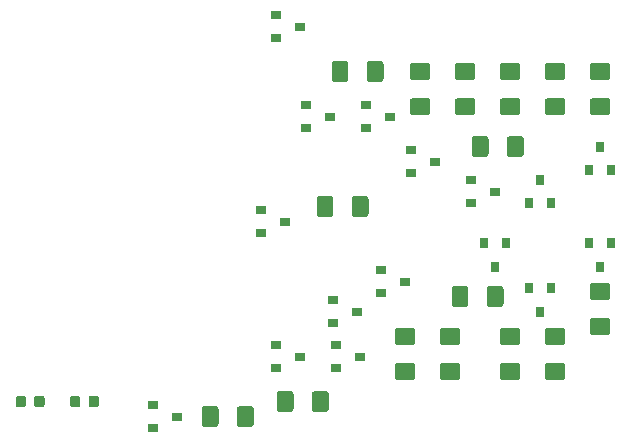
<source format=gtp>
G04 #@! TF.GenerationSoftware,KiCad,Pcbnew,5.0.1*
G04 #@! TF.CreationDate,2019-01-20T00:11:58+01:00*
G04 #@! TF.ProjectId,Powerstage,506F77657273746167652E6B69636164,rev?*
G04 #@! TF.SameCoordinates,Original*
G04 #@! TF.FileFunction,Paste,Top*
G04 #@! TF.FilePolarity,Positive*
%FSLAX46Y46*%
G04 Gerber Fmt 4.6, Leading zero omitted, Abs format (unit mm)*
G04 Created by KiCad (PCBNEW 5.0.1) date So 20 Jan 2019 00:11:58 CET*
%MOMM*%
%LPD*%
G01*
G04 APERTURE LIST*
%ADD10C,0.100000*%
%ADD11C,0.875000*%
%ADD12R,0.800000X0.900000*%
%ADD13R,0.900000X0.800000*%
%ADD14C,1.425000*%
G04 APERTURE END LIST*
D10*
G04 #@! TO.C,C1*
G36*
X121195191Y-110016053D02*
X121216426Y-110019203D01*
X121237250Y-110024419D01*
X121257462Y-110031651D01*
X121276868Y-110040830D01*
X121295281Y-110051866D01*
X121312524Y-110064654D01*
X121328430Y-110079070D01*
X121342846Y-110094976D01*
X121355634Y-110112219D01*
X121366670Y-110130632D01*
X121375849Y-110150038D01*
X121383081Y-110170250D01*
X121388297Y-110191074D01*
X121391447Y-110212309D01*
X121392500Y-110233750D01*
X121392500Y-110746250D01*
X121391447Y-110767691D01*
X121388297Y-110788926D01*
X121383081Y-110809750D01*
X121375849Y-110829962D01*
X121366670Y-110849368D01*
X121355634Y-110867781D01*
X121342846Y-110885024D01*
X121328430Y-110900930D01*
X121312524Y-110915346D01*
X121295281Y-110928134D01*
X121276868Y-110939170D01*
X121257462Y-110948349D01*
X121237250Y-110955581D01*
X121216426Y-110960797D01*
X121195191Y-110963947D01*
X121173750Y-110965000D01*
X120736250Y-110965000D01*
X120714809Y-110963947D01*
X120693574Y-110960797D01*
X120672750Y-110955581D01*
X120652538Y-110948349D01*
X120633132Y-110939170D01*
X120614719Y-110928134D01*
X120597476Y-110915346D01*
X120581570Y-110900930D01*
X120567154Y-110885024D01*
X120554366Y-110867781D01*
X120543330Y-110849368D01*
X120534151Y-110829962D01*
X120526919Y-110809750D01*
X120521703Y-110788926D01*
X120518553Y-110767691D01*
X120517500Y-110746250D01*
X120517500Y-110233750D01*
X120518553Y-110212309D01*
X120521703Y-110191074D01*
X120526919Y-110170250D01*
X120534151Y-110150038D01*
X120543330Y-110130632D01*
X120554366Y-110112219D01*
X120567154Y-110094976D01*
X120581570Y-110079070D01*
X120597476Y-110064654D01*
X120614719Y-110051866D01*
X120633132Y-110040830D01*
X120652538Y-110031651D01*
X120672750Y-110024419D01*
X120693574Y-110019203D01*
X120714809Y-110016053D01*
X120736250Y-110015000D01*
X121173750Y-110015000D01*
X121195191Y-110016053D01*
X121195191Y-110016053D01*
G37*
D11*
X120955000Y-110490000D03*
D10*
G36*
X119620191Y-110016053D02*
X119641426Y-110019203D01*
X119662250Y-110024419D01*
X119682462Y-110031651D01*
X119701868Y-110040830D01*
X119720281Y-110051866D01*
X119737524Y-110064654D01*
X119753430Y-110079070D01*
X119767846Y-110094976D01*
X119780634Y-110112219D01*
X119791670Y-110130632D01*
X119800849Y-110150038D01*
X119808081Y-110170250D01*
X119813297Y-110191074D01*
X119816447Y-110212309D01*
X119817500Y-110233750D01*
X119817500Y-110746250D01*
X119816447Y-110767691D01*
X119813297Y-110788926D01*
X119808081Y-110809750D01*
X119800849Y-110829962D01*
X119791670Y-110849368D01*
X119780634Y-110867781D01*
X119767846Y-110885024D01*
X119753430Y-110900930D01*
X119737524Y-110915346D01*
X119720281Y-110928134D01*
X119701868Y-110939170D01*
X119682462Y-110948349D01*
X119662250Y-110955581D01*
X119641426Y-110960797D01*
X119620191Y-110963947D01*
X119598750Y-110965000D01*
X119161250Y-110965000D01*
X119139809Y-110963947D01*
X119118574Y-110960797D01*
X119097750Y-110955581D01*
X119077538Y-110948349D01*
X119058132Y-110939170D01*
X119039719Y-110928134D01*
X119022476Y-110915346D01*
X119006570Y-110900930D01*
X118992154Y-110885024D01*
X118979366Y-110867781D01*
X118968330Y-110849368D01*
X118959151Y-110829962D01*
X118951919Y-110809750D01*
X118946703Y-110788926D01*
X118943553Y-110767691D01*
X118942500Y-110746250D01*
X118942500Y-110233750D01*
X118943553Y-110212309D01*
X118946703Y-110191074D01*
X118951919Y-110170250D01*
X118959151Y-110150038D01*
X118968330Y-110130632D01*
X118979366Y-110112219D01*
X118992154Y-110094976D01*
X119006570Y-110079070D01*
X119022476Y-110064654D01*
X119039719Y-110051866D01*
X119058132Y-110040830D01*
X119077538Y-110031651D01*
X119097750Y-110024419D01*
X119118574Y-110019203D01*
X119139809Y-110016053D01*
X119161250Y-110015000D01*
X119598750Y-110015000D01*
X119620191Y-110016053D01*
X119620191Y-110016053D01*
G37*
D11*
X119380000Y-110490000D03*
G04 #@! TD*
D10*
G04 #@! TO.C,C2*
G36*
X115022691Y-110016053D02*
X115043926Y-110019203D01*
X115064750Y-110024419D01*
X115084962Y-110031651D01*
X115104368Y-110040830D01*
X115122781Y-110051866D01*
X115140024Y-110064654D01*
X115155930Y-110079070D01*
X115170346Y-110094976D01*
X115183134Y-110112219D01*
X115194170Y-110130632D01*
X115203349Y-110150038D01*
X115210581Y-110170250D01*
X115215797Y-110191074D01*
X115218947Y-110212309D01*
X115220000Y-110233750D01*
X115220000Y-110746250D01*
X115218947Y-110767691D01*
X115215797Y-110788926D01*
X115210581Y-110809750D01*
X115203349Y-110829962D01*
X115194170Y-110849368D01*
X115183134Y-110867781D01*
X115170346Y-110885024D01*
X115155930Y-110900930D01*
X115140024Y-110915346D01*
X115122781Y-110928134D01*
X115104368Y-110939170D01*
X115084962Y-110948349D01*
X115064750Y-110955581D01*
X115043926Y-110960797D01*
X115022691Y-110963947D01*
X115001250Y-110965000D01*
X114563750Y-110965000D01*
X114542309Y-110963947D01*
X114521074Y-110960797D01*
X114500250Y-110955581D01*
X114480038Y-110948349D01*
X114460632Y-110939170D01*
X114442219Y-110928134D01*
X114424976Y-110915346D01*
X114409070Y-110900930D01*
X114394654Y-110885024D01*
X114381866Y-110867781D01*
X114370830Y-110849368D01*
X114361651Y-110829962D01*
X114354419Y-110809750D01*
X114349203Y-110788926D01*
X114346053Y-110767691D01*
X114345000Y-110746250D01*
X114345000Y-110233750D01*
X114346053Y-110212309D01*
X114349203Y-110191074D01*
X114354419Y-110170250D01*
X114361651Y-110150038D01*
X114370830Y-110130632D01*
X114381866Y-110112219D01*
X114394654Y-110094976D01*
X114409070Y-110079070D01*
X114424976Y-110064654D01*
X114442219Y-110051866D01*
X114460632Y-110040830D01*
X114480038Y-110031651D01*
X114500250Y-110024419D01*
X114521074Y-110019203D01*
X114542309Y-110016053D01*
X114563750Y-110015000D01*
X115001250Y-110015000D01*
X115022691Y-110016053D01*
X115022691Y-110016053D01*
G37*
D11*
X114782500Y-110490000D03*
D10*
G36*
X116597691Y-110016053D02*
X116618926Y-110019203D01*
X116639750Y-110024419D01*
X116659962Y-110031651D01*
X116679368Y-110040830D01*
X116697781Y-110051866D01*
X116715024Y-110064654D01*
X116730930Y-110079070D01*
X116745346Y-110094976D01*
X116758134Y-110112219D01*
X116769170Y-110130632D01*
X116778349Y-110150038D01*
X116785581Y-110170250D01*
X116790797Y-110191074D01*
X116793947Y-110212309D01*
X116795000Y-110233750D01*
X116795000Y-110746250D01*
X116793947Y-110767691D01*
X116790797Y-110788926D01*
X116785581Y-110809750D01*
X116778349Y-110829962D01*
X116769170Y-110849368D01*
X116758134Y-110867781D01*
X116745346Y-110885024D01*
X116730930Y-110900930D01*
X116715024Y-110915346D01*
X116697781Y-110928134D01*
X116679368Y-110939170D01*
X116659962Y-110948349D01*
X116639750Y-110955581D01*
X116618926Y-110960797D01*
X116597691Y-110963947D01*
X116576250Y-110965000D01*
X116138750Y-110965000D01*
X116117309Y-110963947D01*
X116096074Y-110960797D01*
X116075250Y-110955581D01*
X116055038Y-110948349D01*
X116035632Y-110939170D01*
X116017219Y-110928134D01*
X115999976Y-110915346D01*
X115984070Y-110900930D01*
X115969654Y-110885024D01*
X115956866Y-110867781D01*
X115945830Y-110849368D01*
X115936651Y-110829962D01*
X115929419Y-110809750D01*
X115924203Y-110788926D01*
X115921053Y-110767691D01*
X115920000Y-110746250D01*
X115920000Y-110233750D01*
X115921053Y-110212309D01*
X115924203Y-110191074D01*
X115929419Y-110170250D01*
X115936651Y-110150038D01*
X115945830Y-110130632D01*
X115956866Y-110112219D01*
X115969654Y-110094976D01*
X115984070Y-110079070D01*
X115999976Y-110064654D01*
X116017219Y-110051866D01*
X116035632Y-110040830D01*
X116055038Y-110031651D01*
X116075250Y-110024419D01*
X116096074Y-110019203D01*
X116117309Y-110016053D01*
X116138750Y-110015000D01*
X116576250Y-110015000D01*
X116597691Y-110016053D01*
X116597691Y-110016053D01*
G37*
D11*
X116357500Y-110490000D03*
G04 #@! TD*
D12*
G04 #@! TO.C,Q1*
X163830000Y-99060000D03*
X162880000Y-97060000D03*
X164780000Y-97060000D03*
G04 #@! TD*
G04 #@! TO.C,Q2*
X158750000Y-102870000D03*
X157800000Y-100870000D03*
X159700000Y-100870000D03*
G04 #@! TD*
G04 #@! TO.C,Q3*
X155890000Y-97060000D03*
X153990000Y-97060000D03*
X154940000Y-99060000D03*
G04 #@! TD*
D13*
G04 #@! TO.C,Q4*
X145320000Y-99380000D03*
X145320000Y-101280000D03*
X147320000Y-100330000D03*
G04 #@! TD*
G04 #@! TO.C,Q5*
X143240000Y-102870000D03*
X141240000Y-103820000D03*
X141240000Y-101920000D03*
G04 #@! TD*
G04 #@! TO.C,Q6*
X141510000Y-105730000D03*
X141510000Y-107630000D03*
X143510000Y-106680000D03*
G04 #@! TD*
G04 #@! TO.C,Q7*
X138430000Y-106680000D03*
X136430000Y-107630000D03*
X136430000Y-105730000D03*
G04 #@! TD*
G04 #@! TO.C,Q8*
X126000000Y-110810000D03*
X126000000Y-112710000D03*
X128000000Y-111760000D03*
G04 #@! TD*
G04 #@! TO.C,Q9*
X137160000Y-95250000D03*
X135160000Y-96200000D03*
X135160000Y-94300000D03*
G04 #@! TD*
G04 #@! TO.C,Q10*
X138430000Y-78740000D03*
X136430000Y-79690000D03*
X136430000Y-77790000D03*
G04 #@! TD*
G04 #@! TO.C,Q11*
X144050000Y-85410000D03*
X144050000Y-87310000D03*
X146050000Y-86360000D03*
G04 #@! TD*
G04 #@! TO.C,Q12*
X138970000Y-85410000D03*
X138970000Y-87310000D03*
X140970000Y-86360000D03*
G04 #@! TD*
G04 #@! TO.C,Q13*
X149860000Y-90170000D03*
X147860000Y-91120000D03*
X147860000Y-89220000D03*
G04 #@! TD*
G04 #@! TO.C,Q14*
X152940000Y-91760000D03*
X152940000Y-93660000D03*
X154940000Y-92710000D03*
G04 #@! TD*
D12*
G04 #@! TO.C,Q15*
X158750000Y-91710000D03*
X159700000Y-93710000D03*
X157800000Y-93710000D03*
G04 #@! TD*
G04 #@! TO.C,Q16*
X162880000Y-90900000D03*
X164780000Y-90900000D03*
X163830000Y-88900000D03*
G04 #@! TD*
D10*
G04 #@! TO.C,R1*
G36*
X164479504Y-100453704D02*
X164503773Y-100457304D01*
X164527571Y-100463265D01*
X164550671Y-100471530D01*
X164572849Y-100482020D01*
X164593893Y-100494633D01*
X164613598Y-100509247D01*
X164631777Y-100525723D01*
X164648253Y-100543902D01*
X164662867Y-100563607D01*
X164675480Y-100584651D01*
X164685970Y-100606829D01*
X164694235Y-100629929D01*
X164700196Y-100653727D01*
X164703796Y-100677996D01*
X164705000Y-100702500D01*
X164705000Y-101627500D01*
X164703796Y-101652004D01*
X164700196Y-101676273D01*
X164694235Y-101700071D01*
X164685970Y-101723171D01*
X164675480Y-101745349D01*
X164662867Y-101766393D01*
X164648253Y-101786098D01*
X164631777Y-101804277D01*
X164613598Y-101820753D01*
X164593893Y-101835367D01*
X164572849Y-101847980D01*
X164550671Y-101858470D01*
X164527571Y-101866735D01*
X164503773Y-101872696D01*
X164479504Y-101876296D01*
X164455000Y-101877500D01*
X163205000Y-101877500D01*
X163180496Y-101876296D01*
X163156227Y-101872696D01*
X163132429Y-101866735D01*
X163109329Y-101858470D01*
X163087151Y-101847980D01*
X163066107Y-101835367D01*
X163046402Y-101820753D01*
X163028223Y-101804277D01*
X163011747Y-101786098D01*
X162997133Y-101766393D01*
X162984520Y-101745349D01*
X162974030Y-101723171D01*
X162965765Y-101700071D01*
X162959804Y-101676273D01*
X162956204Y-101652004D01*
X162955000Y-101627500D01*
X162955000Y-100702500D01*
X162956204Y-100677996D01*
X162959804Y-100653727D01*
X162965765Y-100629929D01*
X162974030Y-100606829D01*
X162984520Y-100584651D01*
X162997133Y-100563607D01*
X163011747Y-100543902D01*
X163028223Y-100525723D01*
X163046402Y-100509247D01*
X163066107Y-100494633D01*
X163087151Y-100482020D01*
X163109329Y-100471530D01*
X163132429Y-100463265D01*
X163156227Y-100457304D01*
X163180496Y-100453704D01*
X163205000Y-100452500D01*
X164455000Y-100452500D01*
X164479504Y-100453704D01*
X164479504Y-100453704D01*
G37*
D14*
X163830000Y-101165000D03*
D10*
G36*
X164479504Y-103428704D02*
X164503773Y-103432304D01*
X164527571Y-103438265D01*
X164550671Y-103446530D01*
X164572849Y-103457020D01*
X164593893Y-103469633D01*
X164613598Y-103484247D01*
X164631777Y-103500723D01*
X164648253Y-103518902D01*
X164662867Y-103538607D01*
X164675480Y-103559651D01*
X164685970Y-103581829D01*
X164694235Y-103604929D01*
X164700196Y-103628727D01*
X164703796Y-103652996D01*
X164705000Y-103677500D01*
X164705000Y-104602500D01*
X164703796Y-104627004D01*
X164700196Y-104651273D01*
X164694235Y-104675071D01*
X164685970Y-104698171D01*
X164675480Y-104720349D01*
X164662867Y-104741393D01*
X164648253Y-104761098D01*
X164631777Y-104779277D01*
X164613598Y-104795753D01*
X164593893Y-104810367D01*
X164572849Y-104822980D01*
X164550671Y-104833470D01*
X164527571Y-104841735D01*
X164503773Y-104847696D01*
X164479504Y-104851296D01*
X164455000Y-104852500D01*
X163205000Y-104852500D01*
X163180496Y-104851296D01*
X163156227Y-104847696D01*
X163132429Y-104841735D01*
X163109329Y-104833470D01*
X163087151Y-104822980D01*
X163066107Y-104810367D01*
X163046402Y-104795753D01*
X163028223Y-104779277D01*
X163011747Y-104761098D01*
X162997133Y-104741393D01*
X162984520Y-104720349D01*
X162974030Y-104698171D01*
X162965765Y-104675071D01*
X162959804Y-104651273D01*
X162956204Y-104627004D01*
X162955000Y-104602500D01*
X162955000Y-103677500D01*
X162956204Y-103652996D01*
X162959804Y-103628727D01*
X162965765Y-103604929D01*
X162974030Y-103581829D01*
X162984520Y-103559651D01*
X162997133Y-103538607D01*
X163011747Y-103518902D01*
X163028223Y-103500723D01*
X163046402Y-103484247D01*
X163066107Y-103469633D01*
X163087151Y-103457020D01*
X163109329Y-103446530D01*
X163132429Y-103438265D01*
X163156227Y-103432304D01*
X163180496Y-103428704D01*
X163205000Y-103427500D01*
X164455000Y-103427500D01*
X164479504Y-103428704D01*
X164479504Y-103428704D01*
G37*
D14*
X163830000Y-104140000D03*
G04 #@! TD*
D10*
G04 #@! TO.C,R2*
G36*
X160669504Y-107238704D02*
X160693773Y-107242304D01*
X160717571Y-107248265D01*
X160740671Y-107256530D01*
X160762849Y-107267020D01*
X160783893Y-107279633D01*
X160803598Y-107294247D01*
X160821777Y-107310723D01*
X160838253Y-107328902D01*
X160852867Y-107348607D01*
X160865480Y-107369651D01*
X160875970Y-107391829D01*
X160884235Y-107414929D01*
X160890196Y-107438727D01*
X160893796Y-107462996D01*
X160895000Y-107487500D01*
X160895000Y-108412500D01*
X160893796Y-108437004D01*
X160890196Y-108461273D01*
X160884235Y-108485071D01*
X160875970Y-108508171D01*
X160865480Y-108530349D01*
X160852867Y-108551393D01*
X160838253Y-108571098D01*
X160821777Y-108589277D01*
X160803598Y-108605753D01*
X160783893Y-108620367D01*
X160762849Y-108632980D01*
X160740671Y-108643470D01*
X160717571Y-108651735D01*
X160693773Y-108657696D01*
X160669504Y-108661296D01*
X160645000Y-108662500D01*
X159395000Y-108662500D01*
X159370496Y-108661296D01*
X159346227Y-108657696D01*
X159322429Y-108651735D01*
X159299329Y-108643470D01*
X159277151Y-108632980D01*
X159256107Y-108620367D01*
X159236402Y-108605753D01*
X159218223Y-108589277D01*
X159201747Y-108571098D01*
X159187133Y-108551393D01*
X159174520Y-108530349D01*
X159164030Y-108508171D01*
X159155765Y-108485071D01*
X159149804Y-108461273D01*
X159146204Y-108437004D01*
X159145000Y-108412500D01*
X159145000Y-107487500D01*
X159146204Y-107462996D01*
X159149804Y-107438727D01*
X159155765Y-107414929D01*
X159164030Y-107391829D01*
X159174520Y-107369651D01*
X159187133Y-107348607D01*
X159201747Y-107328902D01*
X159218223Y-107310723D01*
X159236402Y-107294247D01*
X159256107Y-107279633D01*
X159277151Y-107267020D01*
X159299329Y-107256530D01*
X159322429Y-107248265D01*
X159346227Y-107242304D01*
X159370496Y-107238704D01*
X159395000Y-107237500D01*
X160645000Y-107237500D01*
X160669504Y-107238704D01*
X160669504Y-107238704D01*
G37*
D14*
X160020000Y-107950000D03*
D10*
G36*
X160669504Y-104263704D02*
X160693773Y-104267304D01*
X160717571Y-104273265D01*
X160740671Y-104281530D01*
X160762849Y-104292020D01*
X160783893Y-104304633D01*
X160803598Y-104319247D01*
X160821777Y-104335723D01*
X160838253Y-104353902D01*
X160852867Y-104373607D01*
X160865480Y-104394651D01*
X160875970Y-104416829D01*
X160884235Y-104439929D01*
X160890196Y-104463727D01*
X160893796Y-104487996D01*
X160895000Y-104512500D01*
X160895000Y-105437500D01*
X160893796Y-105462004D01*
X160890196Y-105486273D01*
X160884235Y-105510071D01*
X160875970Y-105533171D01*
X160865480Y-105555349D01*
X160852867Y-105576393D01*
X160838253Y-105596098D01*
X160821777Y-105614277D01*
X160803598Y-105630753D01*
X160783893Y-105645367D01*
X160762849Y-105657980D01*
X160740671Y-105668470D01*
X160717571Y-105676735D01*
X160693773Y-105682696D01*
X160669504Y-105686296D01*
X160645000Y-105687500D01*
X159395000Y-105687500D01*
X159370496Y-105686296D01*
X159346227Y-105682696D01*
X159322429Y-105676735D01*
X159299329Y-105668470D01*
X159277151Y-105657980D01*
X159256107Y-105645367D01*
X159236402Y-105630753D01*
X159218223Y-105614277D01*
X159201747Y-105596098D01*
X159187133Y-105576393D01*
X159174520Y-105555349D01*
X159164030Y-105533171D01*
X159155765Y-105510071D01*
X159149804Y-105486273D01*
X159146204Y-105462004D01*
X159145000Y-105437500D01*
X159145000Y-104512500D01*
X159146204Y-104487996D01*
X159149804Y-104463727D01*
X159155765Y-104439929D01*
X159164030Y-104416829D01*
X159174520Y-104394651D01*
X159187133Y-104373607D01*
X159201747Y-104353902D01*
X159218223Y-104335723D01*
X159236402Y-104319247D01*
X159256107Y-104304633D01*
X159277151Y-104292020D01*
X159299329Y-104281530D01*
X159322429Y-104273265D01*
X159346227Y-104267304D01*
X159370496Y-104263704D01*
X159395000Y-104262500D01*
X160645000Y-104262500D01*
X160669504Y-104263704D01*
X160669504Y-104263704D01*
G37*
D14*
X160020000Y-104975000D03*
G04 #@! TD*
D10*
G04 #@! TO.C,R3*
G36*
X156859504Y-104263704D02*
X156883773Y-104267304D01*
X156907571Y-104273265D01*
X156930671Y-104281530D01*
X156952849Y-104292020D01*
X156973893Y-104304633D01*
X156993598Y-104319247D01*
X157011777Y-104335723D01*
X157028253Y-104353902D01*
X157042867Y-104373607D01*
X157055480Y-104394651D01*
X157065970Y-104416829D01*
X157074235Y-104439929D01*
X157080196Y-104463727D01*
X157083796Y-104487996D01*
X157085000Y-104512500D01*
X157085000Y-105437500D01*
X157083796Y-105462004D01*
X157080196Y-105486273D01*
X157074235Y-105510071D01*
X157065970Y-105533171D01*
X157055480Y-105555349D01*
X157042867Y-105576393D01*
X157028253Y-105596098D01*
X157011777Y-105614277D01*
X156993598Y-105630753D01*
X156973893Y-105645367D01*
X156952849Y-105657980D01*
X156930671Y-105668470D01*
X156907571Y-105676735D01*
X156883773Y-105682696D01*
X156859504Y-105686296D01*
X156835000Y-105687500D01*
X155585000Y-105687500D01*
X155560496Y-105686296D01*
X155536227Y-105682696D01*
X155512429Y-105676735D01*
X155489329Y-105668470D01*
X155467151Y-105657980D01*
X155446107Y-105645367D01*
X155426402Y-105630753D01*
X155408223Y-105614277D01*
X155391747Y-105596098D01*
X155377133Y-105576393D01*
X155364520Y-105555349D01*
X155354030Y-105533171D01*
X155345765Y-105510071D01*
X155339804Y-105486273D01*
X155336204Y-105462004D01*
X155335000Y-105437500D01*
X155335000Y-104512500D01*
X155336204Y-104487996D01*
X155339804Y-104463727D01*
X155345765Y-104439929D01*
X155354030Y-104416829D01*
X155364520Y-104394651D01*
X155377133Y-104373607D01*
X155391747Y-104353902D01*
X155408223Y-104335723D01*
X155426402Y-104319247D01*
X155446107Y-104304633D01*
X155467151Y-104292020D01*
X155489329Y-104281530D01*
X155512429Y-104273265D01*
X155536227Y-104267304D01*
X155560496Y-104263704D01*
X155585000Y-104262500D01*
X156835000Y-104262500D01*
X156859504Y-104263704D01*
X156859504Y-104263704D01*
G37*
D14*
X156210000Y-104975000D03*
D10*
G36*
X156859504Y-107238704D02*
X156883773Y-107242304D01*
X156907571Y-107248265D01*
X156930671Y-107256530D01*
X156952849Y-107267020D01*
X156973893Y-107279633D01*
X156993598Y-107294247D01*
X157011777Y-107310723D01*
X157028253Y-107328902D01*
X157042867Y-107348607D01*
X157055480Y-107369651D01*
X157065970Y-107391829D01*
X157074235Y-107414929D01*
X157080196Y-107438727D01*
X157083796Y-107462996D01*
X157085000Y-107487500D01*
X157085000Y-108412500D01*
X157083796Y-108437004D01*
X157080196Y-108461273D01*
X157074235Y-108485071D01*
X157065970Y-108508171D01*
X157055480Y-108530349D01*
X157042867Y-108551393D01*
X157028253Y-108571098D01*
X157011777Y-108589277D01*
X156993598Y-108605753D01*
X156973893Y-108620367D01*
X156952849Y-108632980D01*
X156930671Y-108643470D01*
X156907571Y-108651735D01*
X156883773Y-108657696D01*
X156859504Y-108661296D01*
X156835000Y-108662500D01*
X155585000Y-108662500D01*
X155560496Y-108661296D01*
X155536227Y-108657696D01*
X155512429Y-108651735D01*
X155489329Y-108643470D01*
X155467151Y-108632980D01*
X155446107Y-108620367D01*
X155426402Y-108605753D01*
X155408223Y-108589277D01*
X155391747Y-108571098D01*
X155377133Y-108551393D01*
X155364520Y-108530349D01*
X155354030Y-108508171D01*
X155345765Y-108485071D01*
X155339804Y-108461273D01*
X155336204Y-108437004D01*
X155335000Y-108412500D01*
X155335000Y-107487500D01*
X155336204Y-107462996D01*
X155339804Y-107438727D01*
X155345765Y-107414929D01*
X155354030Y-107391829D01*
X155364520Y-107369651D01*
X155377133Y-107348607D01*
X155391747Y-107328902D01*
X155408223Y-107310723D01*
X155426402Y-107294247D01*
X155446107Y-107279633D01*
X155467151Y-107267020D01*
X155489329Y-107256530D01*
X155512429Y-107248265D01*
X155536227Y-107242304D01*
X155560496Y-107238704D01*
X155585000Y-107237500D01*
X156835000Y-107237500D01*
X156859504Y-107238704D01*
X156859504Y-107238704D01*
G37*
D14*
X156210000Y-107950000D03*
G04 #@! TD*
D10*
G04 #@! TO.C,R4*
G36*
X155427004Y-100726204D02*
X155451273Y-100729804D01*
X155475071Y-100735765D01*
X155498171Y-100744030D01*
X155520349Y-100754520D01*
X155541393Y-100767133D01*
X155561098Y-100781747D01*
X155579277Y-100798223D01*
X155595753Y-100816402D01*
X155610367Y-100836107D01*
X155622980Y-100857151D01*
X155633470Y-100879329D01*
X155641735Y-100902429D01*
X155647696Y-100926227D01*
X155651296Y-100950496D01*
X155652500Y-100975000D01*
X155652500Y-102225000D01*
X155651296Y-102249504D01*
X155647696Y-102273773D01*
X155641735Y-102297571D01*
X155633470Y-102320671D01*
X155622980Y-102342849D01*
X155610367Y-102363893D01*
X155595753Y-102383598D01*
X155579277Y-102401777D01*
X155561098Y-102418253D01*
X155541393Y-102432867D01*
X155520349Y-102445480D01*
X155498171Y-102455970D01*
X155475071Y-102464235D01*
X155451273Y-102470196D01*
X155427004Y-102473796D01*
X155402500Y-102475000D01*
X154477500Y-102475000D01*
X154452996Y-102473796D01*
X154428727Y-102470196D01*
X154404929Y-102464235D01*
X154381829Y-102455970D01*
X154359651Y-102445480D01*
X154338607Y-102432867D01*
X154318902Y-102418253D01*
X154300723Y-102401777D01*
X154284247Y-102383598D01*
X154269633Y-102363893D01*
X154257020Y-102342849D01*
X154246530Y-102320671D01*
X154238265Y-102297571D01*
X154232304Y-102273773D01*
X154228704Y-102249504D01*
X154227500Y-102225000D01*
X154227500Y-100975000D01*
X154228704Y-100950496D01*
X154232304Y-100926227D01*
X154238265Y-100902429D01*
X154246530Y-100879329D01*
X154257020Y-100857151D01*
X154269633Y-100836107D01*
X154284247Y-100816402D01*
X154300723Y-100798223D01*
X154318902Y-100781747D01*
X154338607Y-100767133D01*
X154359651Y-100754520D01*
X154381829Y-100744030D01*
X154404929Y-100735765D01*
X154428727Y-100729804D01*
X154452996Y-100726204D01*
X154477500Y-100725000D01*
X155402500Y-100725000D01*
X155427004Y-100726204D01*
X155427004Y-100726204D01*
G37*
D14*
X154940000Y-101600000D03*
D10*
G36*
X152452004Y-100726204D02*
X152476273Y-100729804D01*
X152500071Y-100735765D01*
X152523171Y-100744030D01*
X152545349Y-100754520D01*
X152566393Y-100767133D01*
X152586098Y-100781747D01*
X152604277Y-100798223D01*
X152620753Y-100816402D01*
X152635367Y-100836107D01*
X152647980Y-100857151D01*
X152658470Y-100879329D01*
X152666735Y-100902429D01*
X152672696Y-100926227D01*
X152676296Y-100950496D01*
X152677500Y-100975000D01*
X152677500Y-102225000D01*
X152676296Y-102249504D01*
X152672696Y-102273773D01*
X152666735Y-102297571D01*
X152658470Y-102320671D01*
X152647980Y-102342849D01*
X152635367Y-102363893D01*
X152620753Y-102383598D01*
X152604277Y-102401777D01*
X152586098Y-102418253D01*
X152566393Y-102432867D01*
X152545349Y-102445480D01*
X152523171Y-102455970D01*
X152500071Y-102464235D01*
X152476273Y-102470196D01*
X152452004Y-102473796D01*
X152427500Y-102475000D01*
X151502500Y-102475000D01*
X151477996Y-102473796D01*
X151453727Y-102470196D01*
X151429929Y-102464235D01*
X151406829Y-102455970D01*
X151384651Y-102445480D01*
X151363607Y-102432867D01*
X151343902Y-102418253D01*
X151325723Y-102401777D01*
X151309247Y-102383598D01*
X151294633Y-102363893D01*
X151282020Y-102342849D01*
X151271530Y-102320671D01*
X151263265Y-102297571D01*
X151257304Y-102273773D01*
X151253704Y-102249504D01*
X151252500Y-102225000D01*
X151252500Y-100975000D01*
X151253704Y-100950496D01*
X151257304Y-100926227D01*
X151263265Y-100902429D01*
X151271530Y-100879329D01*
X151282020Y-100857151D01*
X151294633Y-100836107D01*
X151309247Y-100816402D01*
X151325723Y-100798223D01*
X151343902Y-100781747D01*
X151363607Y-100767133D01*
X151384651Y-100754520D01*
X151406829Y-100744030D01*
X151429929Y-100735765D01*
X151453727Y-100729804D01*
X151477996Y-100726204D01*
X151502500Y-100725000D01*
X152427500Y-100725000D01*
X152452004Y-100726204D01*
X152452004Y-100726204D01*
G37*
D14*
X151965000Y-101600000D03*
G04 #@! TD*
D10*
G04 #@! TO.C,R5*
G36*
X151779504Y-104263704D02*
X151803773Y-104267304D01*
X151827571Y-104273265D01*
X151850671Y-104281530D01*
X151872849Y-104292020D01*
X151893893Y-104304633D01*
X151913598Y-104319247D01*
X151931777Y-104335723D01*
X151948253Y-104353902D01*
X151962867Y-104373607D01*
X151975480Y-104394651D01*
X151985970Y-104416829D01*
X151994235Y-104439929D01*
X152000196Y-104463727D01*
X152003796Y-104487996D01*
X152005000Y-104512500D01*
X152005000Y-105437500D01*
X152003796Y-105462004D01*
X152000196Y-105486273D01*
X151994235Y-105510071D01*
X151985970Y-105533171D01*
X151975480Y-105555349D01*
X151962867Y-105576393D01*
X151948253Y-105596098D01*
X151931777Y-105614277D01*
X151913598Y-105630753D01*
X151893893Y-105645367D01*
X151872849Y-105657980D01*
X151850671Y-105668470D01*
X151827571Y-105676735D01*
X151803773Y-105682696D01*
X151779504Y-105686296D01*
X151755000Y-105687500D01*
X150505000Y-105687500D01*
X150480496Y-105686296D01*
X150456227Y-105682696D01*
X150432429Y-105676735D01*
X150409329Y-105668470D01*
X150387151Y-105657980D01*
X150366107Y-105645367D01*
X150346402Y-105630753D01*
X150328223Y-105614277D01*
X150311747Y-105596098D01*
X150297133Y-105576393D01*
X150284520Y-105555349D01*
X150274030Y-105533171D01*
X150265765Y-105510071D01*
X150259804Y-105486273D01*
X150256204Y-105462004D01*
X150255000Y-105437500D01*
X150255000Y-104512500D01*
X150256204Y-104487996D01*
X150259804Y-104463727D01*
X150265765Y-104439929D01*
X150274030Y-104416829D01*
X150284520Y-104394651D01*
X150297133Y-104373607D01*
X150311747Y-104353902D01*
X150328223Y-104335723D01*
X150346402Y-104319247D01*
X150366107Y-104304633D01*
X150387151Y-104292020D01*
X150409329Y-104281530D01*
X150432429Y-104273265D01*
X150456227Y-104267304D01*
X150480496Y-104263704D01*
X150505000Y-104262500D01*
X151755000Y-104262500D01*
X151779504Y-104263704D01*
X151779504Y-104263704D01*
G37*
D14*
X151130000Y-104975000D03*
D10*
G36*
X151779504Y-107238704D02*
X151803773Y-107242304D01*
X151827571Y-107248265D01*
X151850671Y-107256530D01*
X151872849Y-107267020D01*
X151893893Y-107279633D01*
X151913598Y-107294247D01*
X151931777Y-107310723D01*
X151948253Y-107328902D01*
X151962867Y-107348607D01*
X151975480Y-107369651D01*
X151985970Y-107391829D01*
X151994235Y-107414929D01*
X152000196Y-107438727D01*
X152003796Y-107462996D01*
X152005000Y-107487500D01*
X152005000Y-108412500D01*
X152003796Y-108437004D01*
X152000196Y-108461273D01*
X151994235Y-108485071D01*
X151985970Y-108508171D01*
X151975480Y-108530349D01*
X151962867Y-108551393D01*
X151948253Y-108571098D01*
X151931777Y-108589277D01*
X151913598Y-108605753D01*
X151893893Y-108620367D01*
X151872849Y-108632980D01*
X151850671Y-108643470D01*
X151827571Y-108651735D01*
X151803773Y-108657696D01*
X151779504Y-108661296D01*
X151755000Y-108662500D01*
X150505000Y-108662500D01*
X150480496Y-108661296D01*
X150456227Y-108657696D01*
X150432429Y-108651735D01*
X150409329Y-108643470D01*
X150387151Y-108632980D01*
X150366107Y-108620367D01*
X150346402Y-108605753D01*
X150328223Y-108589277D01*
X150311747Y-108571098D01*
X150297133Y-108551393D01*
X150284520Y-108530349D01*
X150274030Y-108508171D01*
X150265765Y-108485071D01*
X150259804Y-108461273D01*
X150256204Y-108437004D01*
X150255000Y-108412500D01*
X150255000Y-107487500D01*
X150256204Y-107462996D01*
X150259804Y-107438727D01*
X150265765Y-107414929D01*
X150274030Y-107391829D01*
X150284520Y-107369651D01*
X150297133Y-107348607D01*
X150311747Y-107328902D01*
X150328223Y-107310723D01*
X150346402Y-107294247D01*
X150366107Y-107279633D01*
X150387151Y-107267020D01*
X150409329Y-107256530D01*
X150432429Y-107248265D01*
X150456227Y-107242304D01*
X150480496Y-107238704D01*
X150505000Y-107237500D01*
X151755000Y-107237500D01*
X151779504Y-107238704D01*
X151779504Y-107238704D01*
G37*
D14*
X151130000Y-107950000D03*
G04 #@! TD*
D10*
G04 #@! TO.C,R6*
G36*
X147969504Y-107238704D02*
X147993773Y-107242304D01*
X148017571Y-107248265D01*
X148040671Y-107256530D01*
X148062849Y-107267020D01*
X148083893Y-107279633D01*
X148103598Y-107294247D01*
X148121777Y-107310723D01*
X148138253Y-107328902D01*
X148152867Y-107348607D01*
X148165480Y-107369651D01*
X148175970Y-107391829D01*
X148184235Y-107414929D01*
X148190196Y-107438727D01*
X148193796Y-107462996D01*
X148195000Y-107487500D01*
X148195000Y-108412500D01*
X148193796Y-108437004D01*
X148190196Y-108461273D01*
X148184235Y-108485071D01*
X148175970Y-108508171D01*
X148165480Y-108530349D01*
X148152867Y-108551393D01*
X148138253Y-108571098D01*
X148121777Y-108589277D01*
X148103598Y-108605753D01*
X148083893Y-108620367D01*
X148062849Y-108632980D01*
X148040671Y-108643470D01*
X148017571Y-108651735D01*
X147993773Y-108657696D01*
X147969504Y-108661296D01*
X147945000Y-108662500D01*
X146695000Y-108662500D01*
X146670496Y-108661296D01*
X146646227Y-108657696D01*
X146622429Y-108651735D01*
X146599329Y-108643470D01*
X146577151Y-108632980D01*
X146556107Y-108620367D01*
X146536402Y-108605753D01*
X146518223Y-108589277D01*
X146501747Y-108571098D01*
X146487133Y-108551393D01*
X146474520Y-108530349D01*
X146464030Y-108508171D01*
X146455765Y-108485071D01*
X146449804Y-108461273D01*
X146446204Y-108437004D01*
X146445000Y-108412500D01*
X146445000Y-107487500D01*
X146446204Y-107462996D01*
X146449804Y-107438727D01*
X146455765Y-107414929D01*
X146464030Y-107391829D01*
X146474520Y-107369651D01*
X146487133Y-107348607D01*
X146501747Y-107328902D01*
X146518223Y-107310723D01*
X146536402Y-107294247D01*
X146556107Y-107279633D01*
X146577151Y-107267020D01*
X146599329Y-107256530D01*
X146622429Y-107248265D01*
X146646227Y-107242304D01*
X146670496Y-107238704D01*
X146695000Y-107237500D01*
X147945000Y-107237500D01*
X147969504Y-107238704D01*
X147969504Y-107238704D01*
G37*
D14*
X147320000Y-107950000D03*
D10*
G36*
X147969504Y-104263704D02*
X147993773Y-104267304D01*
X148017571Y-104273265D01*
X148040671Y-104281530D01*
X148062849Y-104292020D01*
X148083893Y-104304633D01*
X148103598Y-104319247D01*
X148121777Y-104335723D01*
X148138253Y-104353902D01*
X148152867Y-104373607D01*
X148165480Y-104394651D01*
X148175970Y-104416829D01*
X148184235Y-104439929D01*
X148190196Y-104463727D01*
X148193796Y-104487996D01*
X148195000Y-104512500D01*
X148195000Y-105437500D01*
X148193796Y-105462004D01*
X148190196Y-105486273D01*
X148184235Y-105510071D01*
X148175970Y-105533171D01*
X148165480Y-105555349D01*
X148152867Y-105576393D01*
X148138253Y-105596098D01*
X148121777Y-105614277D01*
X148103598Y-105630753D01*
X148083893Y-105645367D01*
X148062849Y-105657980D01*
X148040671Y-105668470D01*
X148017571Y-105676735D01*
X147993773Y-105682696D01*
X147969504Y-105686296D01*
X147945000Y-105687500D01*
X146695000Y-105687500D01*
X146670496Y-105686296D01*
X146646227Y-105682696D01*
X146622429Y-105676735D01*
X146599329Y-105668470D01*
X146577151Y-105657980D01*
X146556107Y-105645367D01*
X146536402Y-105630753D01*
X146518223Y-105614277D01*
X146501747Y-105596098D01*
X146487133Y-105576393D01*
X146474520Y-105555349D01*
X146464030Y-105533171D01*
X146455765Y-105510071D01*
X146449804Y-105486273D01*
X146446204Y-105462004D01*
X146445000Y-105437500D01*
X146445000Y-104512500D01*
X146446204Y-104487996D01*
X146449804Y-104463727D01*
X146455765Y-104439929D01*
X146464030Y-104416829D01*
X146474520Y-104394651D01*
X146487133Y-104373607D01*
X146501747Y-104353902D01*
X146518223Y-104335723D01*
X146536402Y-104319247D01*
X146556107Y-104304633D01*
X146577151Y-104292020D01*
X146599329Y-104281530D01*
X146622429Y-104273265D01*
X146646227Y-104267304D01*
X146670496Y-104263704D01*
X146695000Y-104262500D01*
X147945000Y-104262500D01*
X147969504Y-104263704D01*
X147969504Y-104263704D01*
G37*
D14*
X147320000Y-104975000D03*
G04 #@! TD*
D10*
G04 #@! TO.C,R7*
G36*
X140622004Y-109616204D02*
X140646273Y-109619804D01*
X140670071Y-109625765D01*
X140693171Y-109634030D01*
X140715349Y-109644520D01*
X140736393Y-109657133D01*
X140756098Y-109671747D01*
X140774277Y-109688223D01*
X140790753Y-109706402D01*
X140805367Y-109726107D01*
X140817980Y-109747151D01*
X140828470Y-109769329D01*
X140836735Y-109792429D01*
X140842696Y-109816227D01*
X140846296Y-109840496D01*
X140847500Y-109865000D01*
X140847500Y-111115000D01*
X140846296Y-111139504D01*
X140842696Y-111163773D01*
X140836735Y-111187571D01*
X140828470Y-111210671D01*
X140817980Y-111232849D01*
X140805367Y-111253893D01*
X140790753Y-111273598D01*
X140774277Y-111291777D01*
X140756098Y-111308253D01*
X140736393Y-111322867D01*
X140715349Y-111335480D01*
X140693171Y-111345970D01*
X140670071Y-111354235D01*
X140646273Y-111360196D01*
X140622004Y-111363796D01*
X140597500Y-111365000D01*
X139672500Y-111365000D01*
X139647996Y-111363796D01*
X139623727Y-111360196D01*
X139599929Y-111354235D01*
X139576829Y-111345970D01*
X139554651Y-111335480D01*
X139533607Y-111322867D01*
X139513902Y-111308253D01*
X139495723Y-111291777D01*
X139479247Y-111273598D01*
X139464633Y-111253893D01*
X139452020Y-111232849D01*
X139441530Y-111210671D01*
X139433265Y-111187571D01*
X139427304Y-111163773D01*
X139423704Y-111139504D01*
X139422500Y-111115000D01*
X139422500Y-109865000D01*
X139423704Y-109840496D01*
X139427304Y-109816227D01*
X139433265Y-109792429D01*
X139441530Y-109769329D01*
X139452020Y-109747151D01*
X139464633Y-109726107D01*
X139479247Y-109706402D01*
X139495723Y-109688223D01*
X139513902Y-109671747D01*
X139533607Y-109657133D01*
X139554651Y-109644520D01*
X139576829Y-109634030D01*
X139599929Y-109625765D01*
X139623727Y-109619804D01*
X139647996Y-109616204D01*
X139672500Y-109615000D01*
X140597500Y-109615000D01*
X140622004Y-109616204D01*
X140622004Y-109616204D01*
G37*
D14*
X140135000Y-110490000D03*
D10*
G36*
X137647004Y-109616204D02*
X137671273Y-109619804D01*
X137695071Y-109625765D01*
X137718171Y-109634030D01*
X137740349Y-109644520D01*
X137761393Y-109657133D01*
X137781098Y-109671747D01*
X137799277Y-109688223D01*
X137815753Y-109706402D01*
X137830367Y-109726107D01*
X137842980Y-109747151D01*
X137853470Y-109769329D01*
X137861735Y-109792429D01*
X137867696Y-109816227D01*
X137871296Y-109840496D01*
X137872500Y-109865000D01*
X137872500Y-111115000D01*
X137871296Y-111139504D01*
X137867696Y-111163773D01*
X137861735Y-111187571D01*
X137853470Y-111210671D01*
X137842980Y-111232849D01*
X137830367Y-111253893D01*
X137815753Y-111273598D01*
X137799277Y-111291777D01*
X137781098Y-111308253D01*
X137761393Y-111322867D01*
X137740349Y-111335480D01*
X137718171Y-111345970D01*
X137695071Y-111354235D01*
X137671273Y-111360196D01*
X137647004Y-111363796D01*
X137622500Y-111365000D01*
X136697500Y-111365000D01*
X136672996Y-111363796D01*
X136648727Y-111360196D01*
X136624929Y-111354235D01*
X136601829Y-111345970D01*
X136579651Y-111335480D01*
X136558607Y-111322867D01*
X136538902Y-111308253D01*
X136520723Y-111291777D01*
X136504247Y-111273598D01*
X136489633Y-111253893D01*
X136477020Y-111232849D01*
X136466530Y-111210671D01*
X136458265Y-111187571D01*
X136452304Y-111163773D01*
X136448704Y-111139504D01*
X136447500Y-111115000D01*
X136447500Y-109865000D01*
X136448704Y-109840496D01*
X136452304Y-109816227D01*
X136458265Y-109792429D01*
X136466530Y-109769329D01*
X136477020Y-109747151D01*
X136489633Y-109726107D01*
X136504247Y-109706402D01*
X136520723Y-109688223D01*
X136538902Y-109671747D01*
X136558607Y-109657133D01*
X136579651Y-109644520D01*
X136601829Y-109634030D01*
X136624929Y-109625765D01*
X136648727Y-109619804D01*
X136672996Y-109616204D01*
X136697500Y-109615000D01*
X137622500Y-109615000D01*
X137647004Y-109616204D01*
X137647004Y-109616204D01*
G37*
D14*
X137160000Y-110490000D03*
G04 #@! TD*
D10*
G04 #@! TO.C,R8*
G36*
X131297004Y-110886204D02*
X131321273Y-110889804D01*
X131345071Y-110895765D01*
X131368171Y-110904030D01*
X131390349Y-110914520D01*
X131411393Y-110927133D01*
X131431098Y-110941747D01*
X131449277Y-110958223D01*
X131465753Y-110976402D01*
X131480367Y-110996107D01*
X131492980Y-111017151D01*
X131503470Y-111039329D01*
X131511735Y-111062429D01*
X131517696Y-111086227D01*
X131521296Y-111110496D01*
X131522500Y-111135000D01*
X131522500Y-112385000D01*
X131521296Y-112409504D01*
X131517696Y-112433773D01*
X131511735Y-112457571D01*
X131503470Y-112480671D01*
X131492980Y-112502849D01*
X131480367Y-112523893D01*
X131465753Y-112543598D01*
X131449277Y-112561777D01*
X131431098Y-112578253D01*
X131411393Y-112592867D01*
X131390349Y-112605480D01*
X131368171Y-112615970D01*
X131345071Y-112624235D01*
X131321273Y-112630196D01*
X131297004Y-112633796D01*
X131272500Y-112635000D01*
X130347500Y-112635000D01*
X130322996Y-112633796D01*
X130298727Y-112630196D01*
X130274929Y-112624235D01*
X130251829Y-112615970D01*
X130229651Y-112605480D01*
X130208607Y-112592867D01*
X130188902Y-112578253D01*
X130170723Y-112561777D01*
X130154247Y-112543598D01*
X130139633Y-112523893D01*
X130127020Y-112502849D01*
X130116530Y-112480671D01*
X130108265Y-112457571D01*
X130102304Y-112433773D01*
X130098704Y-112409504D01*
X130097500Y-112385000D01*
X130097500Y-111135000D01*
X130098704Y-111110496D01*
X130102304Y-111086227D01*
X130108265Y-111062429D01*
X130116530Y-111039329D01*
X130127020Y-111017151D01*
X130139633Y-110996107D01*
X130154247Y-110976402D01*
X130170723Y-110958223D01*
X130188902Y-110941747D01*
X130208607Y-110927133D01*
X130229651Y-110914520D01*
X130251829Y-110904030D01*
X130274929Y-110895765D01*
X130298727Y-110889804D01*
X130322996Y-110886204D01*
X130347500Y-110885000D01*
X131272500Y-110885000D01*
X131297004Y-110886204D01*
X131297004Y-110886204D01*
G37*
D14*
X130810000Y-111760000D03*
D10*
G36*
X134272004Y-110886204D02*
X134296273Y-110889804D01*
X134320071Y-110895765D01*
X134343171Y-110904030D01*
X134365349Y-110914520D01*
X134386393Y-110927133D01*
X134406098Y-110941747D01*
X134424277Y-110958223D01*
X134440753Y-110976402D01*
X134455367Y-110996107D01*
X134467980Y-111017151D01*
X134478470Y-111039329D01*
X134486735Y-111062429D01*
X134492696Y-111086227D01*
X134496296Y-111110496D01*
X134497500Y-111135000D01*
X134497500Y-112385000D01*
X134496296Y-112409504D01*
X134492696Y-112433773D01*
X134486735Y-112457571D01*
X134478470Y-112480671D01*
X134467980Y-112502849D01*
X134455367Y-112523893D01*
X134440753Y-112543598D01*
X134424277Y-112561777D01*
X134406098Y-112578253D01*
X134386393Y-112592867D01*
X134365349Y-112605480D01*
X134343171Y-112615970D01*
X134320071Y-112624235D01*
X134296273Y-112630196D01*
X134272004Y-112633796D01*
X134247500Y-112635000D01*
X133322500Y-112635000D01*
X133297996Y-112633796D01*
X133273727Y-112630196D01*
X133249929Y-112624235D01*
X133226829Y-112615970D01*
X133204651Y-112605480D01*
X133183607Y-112592867D01*
X133163902Y-112578253D01*
X133145723Y-112561777D01*
X133129247Y-112543598D01*
X133114633Y-112523893D01*
X133102020Y-112502849D01*
X133091530Y-112480671D01*
X133083265Y-112457571D01*
X133077304Y-112433773D01*
X133073704Y-112409504D01*
X133072500Y-112385000D01*
X133072500Y-111135000D01*
X133073704Y-111110496D01*
X133077304Y-111086227D01*
X133083265Y-111062429D01*
X133091530Y-111039329D01*
X133102020Y-111017151D01*
X133114633Y-110996107D01*
X133129247Y-110976402D01*
X133145723Y-110958223D01*
X133163902Y-110941747D01*
X133183607Y-110927133D01*
X133204651Y-110914520D01*
X133226829Y-110904030D01*
X133249929Y-110895765D01*
X133273727Y-110889804D01*
X133297996Y-110886204D01*
X133322500Y-110885000D01*
X134247500Y-110885000D01*
X134272004Y-110886204D01*
X134272004Y-110886204D01*
G37*
D14*
X133785000Y-111760000D03*
G04 #@! TD*
D10*
G04 #@! TO.C,R9*
G36*
X143997004Y-93106204D02*
X144021273Y-93109804D01*
X144045071Y-93115765D01*
X144068171Y-93124030D01*
X144090349Y-93134520D01*
X144111393Y-93147133D01*
X144131098Y-93161747D01*
X144149277Y-93178223D01*
X144165753Y-93196402D01*
X144180367Y-93216107D01*
X144192980Y-93237151D01*
X144203470Y-93259329D01*
X144211735Y-93282429D01*
X144217696Y-93306227D01*
X144221296Y-93330496D01*
X144222500Y-93355000D01*
X144222500Y-94605000D01*
X144221296Y-94629504D01*
X144217696Y-94653773D01*
X144211735Y-94677571D01*
X144203470Y-94700671D01*
X144192980Y-94722849D01*
X144180367Y-94743893D01*
X144165753Y-94763598D01*
X144149277Y-94781777D01*
X144131098Y-94798253D01*
X144111393Y-94812867D01*
X144090349Y-94825480D01*
X144068171Y-94835970D01*
X144045071Y-94844235D01*
X144021273Y-94850196D01*
X143997004Y-94853796D01*
X143972500Y-94855000D01*
X143047500Y-94855000D01*
X143022996Y-94853796D01*
X142998727Y-94850196D01*
X142974929Y-94844235D01*
X142951829Y-94835970D01*
X142929651Y-94825480D01*
X142908607Y-94812867D01*
X142888902Y-94798253D01*
X142870723Y-94781777D01*
X142854247Y-94763598D01*
X142839633Y-94743893D01*
X142827020Y-94722849D01*
X142816530Y-94700671D01*
X142808265Y-94677571D01*
X142802304Y-94653773D01*
X142798704Y-94629504D01*
X142797500Y-94605000D01*
X142797500Y-93355000D01*
X142798704Y-93330496D01*
X142802304Y-93306227D01*
X142808265Y-93282429D01*
X142816530Y-93259329D01*
X142827020Y-93237151D01*
X142839633Y-93216107D01*
X142854247Y-93196402D01*
X142870723Y-93178223D01*
X142888902Y-93161747D01*
X142908607Y-93147133D01*
X142929651Y-93134520D01*
X142951829Y-93124030D01*
X142974929Y-93115765D01*
X142998727Y-93109804D01*
X143022996Y-93106204D01*
X143047500Y-93105000D01*
X143972500Y-93105000D01*
X143997004Y-93106204D01*
X143997004Y-93106204D01*
G37*
D14*
X143510000Y-93980000D03*
D10*
G36*
X141022004Y-93106204D02*
X141046273Y-93109804D01*
X141070071Y-93115765D01*
X141093171Y-93124030D01*
X141115349Y-93134520D01*
X141136393Y-93147133D01*
X141156098Y-93161747D01*
X141174277Y-93178223D01*
X141190753Y-93196402D01*
X141205367Y-93216107D01*
X141217980Y-93237151D01*
X141228470Y-93259329D01*
X141236735Y-93282429D01*
X141242696Y-93306227D01*
X141246296Y-93330496D01*
X141247500Y-93355000D01*
X141247500Y-94605000D01*
X141246296Y-94629504D01*
X141242696Y-94653773D01*
X141236735Y-94677571D01*
X141228470Y-94700671D01*
X141217980Y-94722849D01*
X141205367Y-94743893D01*
X141190753Y-94763598D01*
X141174277Y-94781777D01*
X141156098Y-94798253D01*
X141136393Y-94812867D01*
X141115349Y-94825480D01*
X141093171Y-94835970D01*
X141070071Y-94844235D01*
X141046273Y-94850196D01*
X141022004Y-94853796D01*
X140997500Y-94855000D01*
X140072500Y-94855000D01*
X140047996Y-94853796D01*
X140023727Y-94850196D01*
X139999929Y-94844235D01*
X139976829Y-94835970D01*
X139954651Y-94825480D01*
X139933607Y-94812867D01*
X139913902Y-94798253D01*
X139895723Y-94781777D01*
X139879247Y-94763598D01*
X139864633Y-94743893D01*
X139852020Y-94722849D01*
X139841530Y-94700671D01*
X139833265Y-94677571D01*
X139827304Y-94653773D01*
X139823704Y-94629504D01*
X139822500Y-94605000D01*
X139822500Y-93355000D01*
X139823704Y-93330496D01*
X139827304Y-93306227D01*
X139833265Y-93282429D01*
X139841530Y-93259329D01*
X139852020Y-93237151D01*
X139864633Y-93216107D01*
X139879247Y-93196402D01*
X139895723Y-93178223D01*
X139913902Y-93161747D01*
X139933607Y-93147133D01*
X139954651Y-93134520D01*
X139976829Y-93124030D01*
X139999929Y-93115765D01*
X140023727Y-93109804D01*
X140047996Y-93106204D01*
X140072500Y-93105000D01*
X140997500Y-93105000D01*
X141022004Y-93106204D01*
X141022004Y-93106204D01*
G37*
D14*
X140535000Y-93980000D03*
G04 #@! TD*
D10*
G04 #@! TO.C,R10*
G36*
X142292004Y-81676204D02*
X142316273Y-81679804D01*
X142340071Y-81685765D01*
X142363171Y-81694030D01*
X142385349Y-81704520D01*
X142406393Y-81717133D01*
X142426098Y-81731747D01*
X142444277Y-81748223D01*
X142460753Y-81766402D01*
X142475367Y-81786107D01*
X142487980Y-81807151D01*
X142498470Y-81829329D01*
X142506735Y-81852429D01*
X142512696Y-81876227D01*
X142516296Y-81900496D01*
X142517500Y-81925000D01*
X142517500Y-83175000D01*
X142516296Y-83199504D01*
X142512696Y-83223773D01*
X142506735Y-83247571D01*
X142498470Y-83270671D01*
X142487980Y-83292849D01*
X142475367Y-83313893D01*
X142460753Y-83333598D01*
X142444277Y-83351777D01*
X142426098Y-83368253D01*
X142406393Y-83382867D01*
X142385349Y-83395480D01*
X142363171Y-83405970D01*
X142340071Y-83414235D01*
X142316273Y-83420196D01*
X142292004Y-83423796D01*
X142267500Y-83425000D01*
X141342500Y-83425000D01*
X141317996Y-83423796D01*
X141293727Y-83420196D01*
X141269929Y-83414235D01*
X141246829Y-83405970D01*
X141224651Y-83395480D01*
X141203607Y-83382867D01*
X141183902Y-83368253D01*
X141165723Y-83351777D01*
X141149247Y-83333598D01*
X141134633Y-83313893D01*
X141122020Y-83292849D01*
X141111530Y-83270671D01*
X141103265Y-83247571D01*
X141097304Y-83223773D01*
X141093704Y-83199504D01*
X141092500Y-83175000D01*
X141092500Y-81925000D01*
X141093704Y-81900496D01*
X141097304Y-81876227D01*
X141103265Y-81852429D01*
X141111530Y-81829329D01*
X141122020Y-81807151D01*
X141134633Y-81786107D01*
X141149247Y-81766402D01*
X141165723Y-81748223D01*
X141183902Y-81731747D01*
X141203607Y-81717133D01*
X141224651Y-81704520D01*
X141246829Y-81694030D01*
X141269929Y-81685765D01*
X141293727Y-81679804D01*
X141317996Y-81676204D01*
X141342500Y-81675000D01*
X142267500Y-81675000D01*
X142292004Y-81676204D01*
X142292004Y-81676204D01*
G37*
D14*
X141805000Y-82550000D03*
D10*
G36*
X145267004Y-81676204D02*
X145291273Y-81679804D01*
X145315071Y-81685765D01*
X145338171Y-81694030D01*
X145360349Y-81704520D01*
X145381393Y-81717133D01*
X145401098Y-81731747D01*
X145419277Y-81748223D01*
X145435753Y-81766402D01*
X145450367Y-81786107D01*
X145462980Y-81807151D01*
X145473470Y-81829329D01*
X145481735Y-81852429D01*
X145487696Y-81876227D01*
X145491296Y-81900496D01*
X145492500Y-81925000D01*
X145492500Y-83175000D01*
X145491296Y-83199504D01*
X145487696Y-83223773D01*
X145481735Y-83247571D01*
X145473470Y-83270671D01*
X145462980Y-83292849D01*
X145450367Y-83313893D01*
X145435753Y-83333598D01*
X145419277Y-83351777D01*
X145401098Y-83368253D01*
X145381393Y-83382867D01*
X145360349Y-83395480D01*
X145338171Y-83405970D01*
X145315071Y-83414235D01*
X145291273Y-83420196D01*
X145267004Y-83423796D01*
X145242500Y-83425000D01*
X144317500Y-83425000D01*
X144292996Y-83423796D01*
X144268727Y-83420196D01*
X144244929Y-83414235D01*
X144221829Y-83405970D01*
X144199651Y-83395480D01*
X144178607Y-83382867D01*
X144158902Y-83368253D01*
X144140723Y-83351777D01*
X144124247Y-83333598D01*
X144109633Y-83313893D01*
X144097020Y-83292849D01*
X144086530Y-83270671D01*
X144078265Y-83247571D01*
X144072304Y-83223773D01*
X144068704Y-83199504D01*
X144067500Y-83175000D01*
X144067500Y-81925000D01*
X144068704Y-81900496D01*
X144072304Y-81876227D01*
X144078265Y-81852429D01*
X144086530Y-81829329D01*
X144097020Y-81807151D01*
X144109633Y-81786107D01*
X144124247Y-81766402D01*
X144140723Y-81748223D01*
X144158902Y-81731747D01*
X144178607Y-81717133D01*
X144199651Y-81704520D01*
X144221829Y-81694030D01*
X144244929Y-81685765D01*
X144268727Y-81679804D01*
X144292996Y-81676204D01*
X144317500Y-81675000D01*
X145242500Y-81675000D01*
X145267004Y-81676204D01*
X145267004Y-81676204D01*
G37*
D14*
X144780000Y-82550000D03*
G04 #@! TD*
D10*
G04 #@! TO.C,R11*
G36*
X149239504Y-81838704D02*
X149263773Y-81842304D01*
X149287571Y-81848265D01*
X149310671Y-81856530D01*
X149332849Y-81867020D01*
X149353893Y-81879633D01*
X149373598Y-81894247D01*
X149391777Y-81910723D01*
X149408253Y-81928902D01*
X149422867Y-81948607D01*
X149435480Y-81969651D01*
X149445970Y-81991829D01*
X149454235Y-82014929D01*
X149460196Y-82038727D01*
X149463796Y-82062996D01*
X149465000Y-82087500D01*
X149465000Y-83012500D01*
X149463796Y-83037004D01*
X149460196Y-83061273D01*
X149454235Y-83085071D01*
X149445970Y-83108171D01*
X149435480Y-83130349D01*
X149422867Y-83151393D01*
X149408253Y-83171098D01*
X149391777Y-83189277D01*
X149373598Y-83205753D01*
X149353893Y-83220367D01*
X149332849Y-83232980D01*
X149310671Y-83243470D01*
X149287571Y-83251735D01*
X149263773Y-83257696D01*
X149239504Y-83261296D01*
X149215000Y-83262500D01*
X147965000Y-83262500D01*
X147940496Y-83261296D01*
X147916227Y-83257696D01*
X147892429Y-83251735D01*
X147869329Y-83243470D01*
X147847151Y-83232980D01*
X147826107Y-83220367D01*
X147806402Y-83205753D01*
X147788223Y-83189277D01*
X147771747Y-83171098D01*
X147757133Y-83151393D01*
X147744520Y-83130349D01*
X147734030Y-83108171D01*
X147725765Y-83085071D01*
X147719804Y-83061273D01*
X147716204Y-83037004D01*
X147715000Y-83012500D01*
X147715000Y-82087500D01*
X147716204Y-82062996D01*
X147719804Y-82038727D01*
X147725765Y-82014929D01*
X147734030Y-81991829D01*
X147744520Y-81969651D01*
X147757133Y-81948607D01*
X147771747Y-81928902D01*
X147788223Y-81910723D01*
X147806402Y-81894247D01*
X147826107Y-81879633D01*
X147847151Y-81867020D01*
X147869329Y-81856530D01*
X147892429Y-81848265D01*
X147916227Y-81842304D01*
X147940496Y-81838704D01*
X147965000Y-81837500D01*
X149215000Y-81837500D01*
X149239504Y-81838704D01*
X149239504Y-81838704D01*
G37*
D14*
X148590000Y-82550000D03*
D10*
G36*
X149239504Y-84813704D02*
X149263773Y-84817304D01*
X149287571Y-84823265D01*
X149310671Y-84831530D01*
X149332849Y-84842020D01*
X149353893Y-84854633D01*
X149373598Y-84869247D01*
X149391777Y-84885723D01*
X149408253Y-84903902D01*
X149422867Y-84923607D01*
X149435480Y-84944651D01*
X149445970Y-84966829D01*
X149454235Y-84989929D01*
X149460196Y-85013727D01*
X149463796Y-85037996D01*
X149465000Y-85062500D01*
X149465000Y-85987500D01*
X149463796Y-86012004D01*
X149460196Y-86036273D01*
X149454235Y-86060071D01*
X149445970Y-86083171D01*
X149435480Y-86105349D01*
X149422867Y-86126393D01*
X149408253Y-86146098D01*
X149391777Y-86164277D01*
X149373598Y-86180753D01*
X149353893Y-86195367D01*
X149332849Y-86207980D01*
X149310671Y-86218470D01*
X149287571Y-86226735D01*
X149263773Y-86232696D01*
X149239504Y-86236296D01*
X149215000Y-86237500D01*
X147965000Y-86237500D01*
X147940496Y-86236296D01*
X147916227Y-86232696D01*
X147892429Y-86226735D01*
X147869329Y-86218470D01*
X147847151Y-86207980D01*
X147826107Y-86195367D01*
X147806402Y-86180753D01*
X147788223Y-86164277D01*
X147771747Y-86146098D01*
X147757133Y-86126393D01*
X147744520Y-86105349D01*
X147734030Y-86083171D01*
X147725765Y-86060071D01*
X147719804Y-86036273D01*
X147716204Y-86012004D01*
X147715000Y-85987500D01*
X147715000Y-85062500D01*
X147716204Y-85037996D01*
X147719804Y-85013727D01*
X147725765Y-84989929D01*
X147734030Y-84966829D01*
X147744520Y-84944651D01*
X147757133Y-84923607D01*
X147771747Y-84903902D01*
X147788223Y-84885723D01*
X147806402Y-84869247D01*
X147826107Y-84854633D01*
X147847151Y-84842020D01*
X147869329Y-84831530D01*
X147892429Y-84823265D01*
X147916227Y-84817304D01*
X147940496Y-84813704D01*
X147965000Y-84812500D01*
X149215000Y-84812500D01*
X149239504Y-84813704D01*
X149239504Y-84813704D01*
G37*
D14*
X148590000Y-85525000D03*
G04 #@! TD*
D10*
G04 #@! TO.C,R12*
G36*
X153049504Y-84813704D02*
X153073773Y-84817304D01*
X153097571Y-84823265D01*
X153120671Y-84831530D01*
X153142849Y-84842020D01*
X153163893Y-84854633D01*
X153183598Y-84869247D01*
X153201777Y-84885723D01*
X153218253Y-84903902D01*
X153232867Y-84923607D01*
X153245480Y-84944651D01*
X153255970Y-84966829D01*
X153264235Y-84989929D01*
X153270196Y-85013727D01*
X153273796Y-85037996D01*
X153275000Y-85062500D01*
X153275000Y-85987500D01*
X153273796Y-86012004D01*
X153270196Y-86036273D01*
X153264235Y-86060071D01*
X153255970Y-86083171D01*
X153245480Y-86105349D01*
X153232867Y-86126393D01*
X153218253Y-86146098D01*
X153201777Y-86164277D01*
X153183598Y-86180753D01*
X153163893Y-86195367D01*
X153142849Y-86207980D01*
X153120671Y-86218470D01*
X153097571Y-86226735D01*
X153073773Y-86232696D01*
X153049504Y-86236296D01*
X153025000Y-86237500D01*
X151775000Y-86237500D01*
X151750496Y-86236296D01*
X151726227Y-86232696D01*
X151702429Y-86226735D01*
X151679329Y-86218470D01*
X151657151Y-86207980D01*
X151636107Y-86195367D01*
X151616402Y-86180753D01*
X151598223Y-86164277D01*
X151581747Y-86146098D01*
X151567133Y-86126393D01*
X151554520Y-86105349D01*
X151544030Y-86083171D01*
X151535765Y-86060071D01*
X151529804Y-86036273D01*
X151526204Y-86012004D01*
X151525000Y-85987500D01*
X151525000Y-85062500D01*
X151526204Y-85037996D01*
X151529804Y-85013727D01*
X151535765Y-84989929D01*
X151544030Y-84966829D01*
X151554520Y-84944651D01*
X151567133Y-84923607D01*
X151581747Y-84903902D01*
X151598223Y-84885723D01*
X151616402Y-84869247D01*
X151636107Y-84854633D01*
X151657151Y-84842020D01*
X151679329Y-84831530D01*
X151702429Y-84823265D01*
X151726227Y-84817304D01*
X151750496Y-84813704D01*
X151775000Y-84812500D01*
X153025000Y-84812500D01*
X153049504Y-84813704D01*
X153049504Y-84813704D01*
G37*
D14*
X152400000Y-85525000D03*
D10*
G36*
X153049504Y-81838704D02*
X153073773Y-81842304D01*
X153097571Y-81848265D01*
X153120671Y-81856530D01*
X153142849Y-81867020D01*
X153163893Y-81879633D01*
X153183598Y-81894247D01*
X153201777Y-81910723D01*
X153218253Y-81928902D01*
X153232867Y-81948607D01*
X153245480Y-81969651D01*
X153255970Y-81991829D01*
X153264235Y-82014929D01*
X153270196Y-82038727D01*
X153273796Y-82062996D01*
X153275000Y-82087500D01*
X153275000Y-83012500D01*
X153273796Y-83037004D01*
X153270196Y-83061273D01*
X153264235Y-83085071D01*
X153255970Y-83108171D01*
X153245480Y-83130349D01*
X153232867Y-83151393D01*
X153218253Y-83171098D01*
X153201777Y-83189277D01*
X153183598Y-83205753D01*
X153163893Y-83220367D01*
X153142849Y-83232980D01*
X153120671Y-83243470D01*
X153097571Y-83251735D01*
X153073773Y-83257696D01*
X153049504Y-83261296D01*
X153025000Y-83262500D01*
X151775000Y-83262500D01*
X151750496Y-83261296D01*
X151726227Y-83257696D01*
X151702429Y-83251735D01*
X151679329Y-83243470D01*
X151657151Y-83232980D01*
X151636107Y-83220367D01*
X151616402Y-83205753D01*
X151598223Y-83189277D01*
X151581747Y-83171098D01*
X151567133Y-83151393D01*
X151554520Y-83130349D01*
X151544030Y-83108171D01*
X151535765Y-83085071D01*
X151529804Y-83061273D01*
X151526204Y-83037004D01*
X151525000Y-83012500D01*
X151525000Y-82087500D01*
X151526204Y-82062996D01*
X151529804Y-82038727D01*
X151535765Y-82014929D01*
X151544030Y-81991829D01*
X151554520Y-81969651D01*
X151567133Y-81948607D01*
X151581747Y-81928902D01*
X151598223Y-81910723D01*
X151616402Y-81894247D01*
X151636107Y-81879633D01*
X151657151Y-81867020D01*
X151679329Y-81856530D01*
X151702429Y-81848265D01*
X151726227Y-81842304D01*
X151750496Y-81838704D01*
X151775000Y-81837500D01*
X153025000Y-81837500D01*
X153049504Y-81838704D01*
X153049504Y-81838704D01*
G37*
D14*
X152400000Y-82550000D03*
G04 #@! TD*
D10*
G04 #@! TO.C,R13*
G36*
X156859504Y-81838704D02*
X156883773Y-81842304D01*
X156907571Y-81848265D01*
X156930671Y-81856530D01*
X156952849Y-81867020D01*
X156973893Y-81879633D01*
X156993598Y-81894247D01*
X157011777Y-81910723D01*
X157028253Y-81928902D01*
X157042867Y-81948607D01*
X157055480Y-81969651D01*
X157065970Y-81991829D01*
X157074235Y-82014929D01*
X157080196Y-82038727D01*
X157083796Y-82062996D01*
X157085000Y-82087500D01*
X157085000Y-83012500D01*
X157083796Y-83037004D01*
X157080196Y-83061273D01*
X157074235Y-83085071D01*
X157065970Y-83108171D01*
X157055480Y-83130349D01*
X157042867Y-83151393D01*
X157028253Y-83171098D01*
X157011777Y-83189277D01*
X156993598Y-83205753D01*
X156973893Y-83220367D01*
X156952849Y-83232980D01*
X156930671Y-83243470D01*
X156907571Y-83251735D01*
X156883773Y-83257696D01*
X156859504Y-83261296D01*
X156835000Y-83262500D01*
X155585000Y-83262500D01*
X155560496Y-83261296D01*
X155536227Y-83257696D01*
X155512429Y-83251735D01*
X155489329Y-83243470D01*
X155467151Y-83232980D01*
X155446107Y-83220367D01*
X155426402Y-83205753D01*
X155408223Y-83189277D01*
X155391747Y-83171098D01*
X155377133Y-83151393D01*
X155364520Y-83130349D01*
X155354030Y-83108171D01*
X155345765Y-83085071D01*
X155339804Y-83061273D01*
X155336204Y-83037004D01*
X155335000Y-83012500D01*
X155335000Y-82087500D01*
X155336204Y-82062996D01*
X155339804Y-82038727D01*
X155345765Y-82014929D01*
X155354030Y-81991829D01*
X155364520Y-81969651D01*
X155377133Y-81948607D01*
X155391747Y-81928902D01*
X155408223Y-81910723D01*
X155426402Y-81894247D01*
X155446107Y-81879633D01*
X155467151Y-81867020D01*
X155489329Y-81856530D01*
X155512429Y-81848265D01*
X155536227Y-81842304D01*
X155560496Y-81838704D01*
X155585000Y-81837500D01*
X156835000Y-81837500D01*
X156859504Y-81838704D01*
X156859504Y-81838704D01*
G37*
D14*
X156210000Y-82550000D03*
D10*
G36*
X156859504Y-84813704D02*
X156883773Y-84817304D01*
X156907571Y-84823265D01*
X156930671Y-84831530D01*
X156952849Y-84842020D01*
X156973893Y-84854633D01*
X156993598Y-84869247D01*
X157011777Y-84885723D01*
X157028253Y-84903902D01*
X157042867Y-84923607D01*
X157055480Y-84944651D01*
X157065970Y-84966829D01*
X157074235Y-84989929D01*
X157080196Y-85013727D01*
X157083796Y-85037996D01*
X157085000Y-85062500D01*
X157085000Y-85987500D01*
X157083796Y-86012004D01*
X157080196Y-86036273D01*
X157074235Y-86060071D01*
X157065970Y-86083171D01*
X157055480Y-86105349D01*
X157042867Y-86126393D01*
X157028253Y-86146098D01*
X157011777Y-86164277D01*
X156993598Y-86180753D01*
X156973893Y-86195367D01*
X156952849Y-86207980D01*
X156930671Y-86218470D01*
X156907571Y-86226735D01*
X156883773Y-86232696D01*
X156859504Y-86236296D01*
X156835000Y-86237500D01*
X155585000Y-86237500D01*
X155560496Y-86236296D01*
X155536227Y-86232696D01*
X155512429Y-86226735D01*
X155489329Y-86218470D01*
X155467151Y-86207980D01*
X155446107Y-86195367D01*
X155426402Y-86180753D01*
X155408223Y-86164277D01*
X155391747Y-86146098D01*
X155377133Y-86126393D01*
X155364520Y-86105349D01*
X155354030Y-86083171D01*
X155345765Y-86060071D01*
X155339804Y-86036273D01*
X155336204Y-86012004D01*
X155335000Y-85987500D01*
X155335000Y-85062500D01*
X155336204Y-85037996D01*
X155339804Y-85013727D01*
X155345765Y-84989929D01*
X155354030Y-84966829D01*
X155364520Y-84944651D01*
X155377133Y-84923607D01*
X155391747Y-84903902D01*
X155408223Y-84885723D01*
X155426402Y-84869247D01*
X155446107Y-84854633D01*
X155467151Y-84842020D01*
X155489329Y-84831530D01*
X155512429Y-84823265D01*
X155536227Y-84817304D01*
X155560496Y-84813704D01*
X155585000Y-84812500D01*
X156835000Y-84812500D01*
X156859504Y-84813704D01*
X156859504Y-84813704D01*
G37*
D14*
X156210000Y-85525000D03*
G04 #@! TD*
D10*
G04 #@! TO.C,R14*
G36*
X154157004Y-88026204D02*
X154181273Y-88029804D01*
X154205071Y-88035765D01*
X154228171Y-88044030D01*
X154250349Y-88054520D01*
X154271393Y-88067133D01*
X154291098Y-88081747D01*
X154309277Y-88098223D01*
X154325753Y-88116402D01*
X154340367Y-88136107D01*
X154352980Y-88157151D01*
X154363470Y-88179329D01*
X154371735Y-88202429D01*
X154377696Y-88226227D01*
X154381296Y-88250496D01*
X154382500Y-88275000D01*
X154382500Y-89525000D01*
X154381296Y-89549504D01*
X154377696Y-89573773D01*
X154371735Y-89597571D01*
X154363470Y-89620671D01*
X154352980Y-89642849D01*
X154340367Y-89663893D01*
X154325753Y-89683598D01*
X154309277Y-89701777D01*
X154291098Y-89718253D01*
X154271393Y-89732867D01*
X154250349Y-89745480D01*
X154228171Y-89755970D01*
X154205071Y-89764235D01*
X154181273Y-89770196D01*
X154157004Y-89773796D01*
X154132500Y-89775000D01*
X153207500Y-89775000D01*
X153182996Y-89773796D01*
X153158727Y-89770196D01*
X153134929Y-89764235D01*
X153111829Y-89755970D01*
X153089651Y-89745480D01*
X153068607Y-89732867D01*
X153048902Y-89718253D01*
X153030723Y-89701777D01*
X153014247Y-89683598D01*
X152999633Y-89663893D01*
X152987020Y-89642849D01*
X152976530Y-89620671D01*
X152968265Y-89597571D01*
X152962304Y-89573773D01*
X152958704Y-89549504D01*
X152957500Y-89525000D01*
X152957500Y-88275000D01*
X152958704Y-88250496D01*
X152962304Y-88226227D01*
X152968265Y-88202429D01*
X152976530Y-88179329D01*
X152987020Y-88157151D01*
X152999633Y-88136107D01*
X153014247Y-88116402D01*
X153030723Y-88098223D01*
X153048902Y-88081747D01*
X153068607Y-88067133D01*
X153089651Y-88054520D01*
X153111829Y-88044030D01*
X153134929Y-88035765D01*
X153158727Y-88029804D01*
X153182996Y-88026204D01*
X153207500Y-88025000D01*
X154132500Y-88025000D01*
X154157004Y-88026204D01*
X154157004Y-88026204D01*
G37*
D14*
X153670000Y-88900000D03*
D10*
G36*
X157132004Y-88026204D02*
X157156273Y-88029804D01*
X157180071Y-88035765D01*
X157203171Y-88044030D01*
X157225349Y-88054520D01*
X157246393Y-88067133D01*
X157266098Y-88081747D01*
X157284277Y-88098223D01*
X157300753Y-88116402D01*
X157315367Y-88136107D01*
X157327980Y-88157151D01*
X157338470Y-88179329D01*
X157346735Y-88202429D01*
X157352696Y-88226227D01*
X157356296Y-88250496D01*
X157357500Y-88275000D01*
X157357500Y-89525000D01*
X157356296Y-89549504D01*
X157352696Y-89573773D01*
X157346735Y-89597571D01*
X157338470Y-89620671D01*
X157327980Y-89642849D01*
X157315367Y-89663893D01*
X157300753Y-89683598D01*
X157284277Y-89701777D01*
X157266098Y-89718253D01*
X157246393Y-89732867D01*
X157225349Y-89745480D01*
X157203171Y-89755970D01*
X157180071Y-89764235D01*
X157156273Y-89770196D01*
X157132004Y-89773796D01*
X157107500Y-89775000D01*
X156182500Y-89775000D01*
X156157996Y-89773796D01*
X156133727Y-89770196D01*
X156109929Y-89764235D01*
X156086829Y-89755970D01*
X156064651Y-89745480D01*
X156043607Y-89732867D01*
X156023902Y-89718253D01*
X156005723Y-89701777D01*
X155989247Y-89683598D01*
X155974633Y-89663893D01*
X155962020Y-89642849D01*
X155951530Y-89620671D01*
X155943265Y-89597571D01*
X155937304Y-89573773D01*
X155933704Y-89549504D01*
X155932500Y-89525000D01*
X155932500Y-88275000D01*
X155933704Y-88250496D01*
X155937304Y-88226227D01*
X155943265Y-88202429D01*
X155951530Y-88179329D01*
X155962020Y-88157151D01*
X155974633Y-88136107D01*
X155989247Y-88116402D01*
X156005723Y-88098223D01*
X156023902Y-88081747D01*
X156043607Y-88067133D01*
X156064651Y-88054520D01*
X156086829Y-88044030D01*
X156109929Y-88035765D01*
X156133727Y-88029804D01*
X156157996Y-88026204D01*
X156182500Y-88025000D01*
X157107500Y-88025000D01*
X157132004Y-88026204D01*
X157132004Y-88026204D01*
G37*
D14*
X156645000Y-88900000D03*
G04 #@! TD*
D10*
G04 #@! TO.C,R15*
G36*
X160669504Y-81838704D02*
X160693773Y-81842304D01*
X160717571Y-81848265D01*
X160740671Y-81856530D01*
X160762849Y-81867020D01*
X160783893Y-81879633D01*
X160803598Y-81894247D01*
X160821777Y-81910723D01*
X160838253Y-81928902D01*
X160852867Y-81948607D01*
X160865480Y-81969651D01*
X160875970Y-81991829D01*
X160884235Y-82014929D01*
X160890196Y-82038727D01*
X160893796Y-82062996D01*
X160895000Y-82087500D01*
X160895000Y-83012500D01*
X160893796Y-83037004D01*
X160890196Y-83061273D01*
X160884235Y-83085071D01*
X160875970Y-83108171D01*
X160865480Y-83130349D01*
X160852867Y-83151393D01*
X160838253Y-83171098D01*
X160821777Y-83189277D01*
X160803598Y-83205753D01*
X160783893Y-83220367D01*
X160762849Y-83232980D01*
X160740671Y-83243470D01*
X160717571Y-83251735D01*
X160693773Y-83257696D01*
X160669504Y-83261296D01*
X160645000Y-83262500D01*
X159395000Y-83262500D01*
X159370496Y-83261296D01*
X159346227Y-83257696D01*
X159322429Y-83251735D01*
X159299329Y-83243470D01*
X159277151Y-83232980D01*
X159256107Y-83220367D01*
X159236402Y-83205753D01*
X159218223Y-83189277D01*
X159201747Y-83171098D01*
X159187133Y-83151393D01*
X159174520Y-83130349D01*
X159164030Y-83108171D01*
X159155765Y-83085071D01*
X159149804Y-83061273D01*
X159146204Y-83037004D01*
X159145000Y-83012500D01*
X159145000Y-82087500D01*
X159146204Y-82062996D01*
X159149804Y-82038727D01*
X159155765Y-82014929D01*
X159164030Y-81991829D01*
X159174520Y-81969651D01*
X159187133Y-81948607D01*
X159201747Y-81928902D01*
X159218223Y-81910723D01*
X159236402Y-81894247D01*
X159256107Y-81879633D01*
X159277151Y-81867020D01*
X159299329Y-81856530D01*
X159322429Y-81848265D01*
X159346227Y-81842304D01*
X159370496Y-81838704D01*
X159395000Y-81837500D01*
X160645000Y-81837500D01*
X160669504Y-81838704D01*
X160669504Y-81838704D01*
G37*
D14*
X160020000Y-82550000D03*
D10*
G36*
X160669504Y-84813704D02*
X160693773Y-84817304D01*
X160717571Y-84823265D01*
X160740671Y-84831530D01*
X160762849Y-84842020D01*
X160783893Y-84854633D01*
X160803598Y-84869247D01*
X160821777Y-84885723D01*
X160838253Y-84903902D01*
X160852867Y-84923607D01*
X160865480Y-84944651D01*
X160875970Y-84966829D01*
X160884235Y-84989929D01*
X160890196Y-85013727D01*
X160893796Y-85037996D01*
X160895000Y-85062500D01*
X160895000Y-85987500D01*
X160893796Y-86012004D01*
X160890196Y-86036273D01*
X160884235Y-86060071D01*
X160875970Y-86083171D01*
X160865480Y-86105349D01*
X160852867Y-86126393D01*
X160838253Y-86146098D01*
X160821777Y-86164277D01*
X160803598Y-86180753D01*
X160783893Y-86195367D01*
X160762849Y-86207980D01*
X160740671Y-86218470D01*
X160717571Y-86226735D01*
X160693773Y-86232696D01*
X160669504Y-86236296D01*
X160645000Y-86237500D01*
X159395000Y-86237500D01*
X159370496Y-86236296D01*
X159346227Y-86232696D01*
X159322429Y-86226735D01*
X159299329Y-86218470D01*
X159277151Y-86207980D01*
X159256107Y-86195367D01*
X159236402Y-86180753D01*
X159218223Y-86164277D01*
X159201747Y-86146098D01*
X159187133Y-86126393D01*
X159174520Y-86105349D01*
X159164030Y-86083171D01*
X159155765Y-86060071D01*
X159149804Y-86036273D01*
X159146204Y-86012004D01*
X159145000Y-85987500D01*
X159145000Y-85062500D01*
X159146204Y-85037996D01*
X159149804Y-85013727D01*
X159155765Y-84989929D01*
X159164030Y-84966829D01*
X159174520Y-84944651D01*
X159187133Y-84923607D01*
X159201747Y-84903902D01*
X159218223Y-84885723D01*
X159236402Y-84869247D01*
X159256107Y-84854633D01*
X159277151Y-84842020D01*
X159299329Y-84831530D01*
X159322429Y-84823265D01*
X159346227Y-84817304D01*
X159370496Y-84813704D01*
X159395000Y-84812500D01*
X160645000Y-84812500D01*
X160669504Y-84813704D01*
X160669504Y-84813704D01*
G37*
D14*
X160020000Y-85525000D03*
G04 #@! TD*
D10*
G04 #@! TO.C,R16*
G36*
X164479504Y-84813704D02*
X164503773Y-84817304D01*
X164527571Y-84823265D01*
X164550671Y-84831530D01*
X164572849Y-84842020D01*
X164593893Y-84854633D01*
X164613598Y-84869247D01*
X164631777Y-84885723D01*
X164648253Y-84903902D01*
X164662867Y-84923607D01*
X164675480Y-84944651D01*
X164685970Y-84966829D01*
X164694235Y-84989929D01*
X164700196Y-85013727D01*
X164703796Y-85037996D01*
X164705000Y-85062500D01*
X164705000Y-85987500D01*
X164703796Y-86012004D01*
X164700196Y-86036273D01*
X164694235Y-86060071D01*
X164685970Y-86083171D01*
X164675480Y-86105349D01*
X164662867Y-86126393D01*
X164648253Y-86146098D01*
X164631777Y-86164277D01*
X164613598Y-86180753D01*
X164593893Y-86195367D01*
X164572849Y-86207980D01*
X164550671Y-86218470D01*
X164527571Y-86226735D01*
X164503773Y-86232696D01*
X164479504Y-86236296D01*
X164455000Y-86237500D01*
X163205000Y-86237500D01*
X163180496Y-86236296D01*
X163156227Y-86232696D01*
X163132429Y-86226735D01*
X163109329Y-86218470D01*
X163087151Y-86207980D01*
X163066107Y-86195367D01*
X163046402Y-86180753D01*
X163028223Y-86164277D01*
X163011747Y-86146098D01*
X162997133Y-86126393D01*
X162984520Y-86105349D01*
X162974030Y-86083171D01*
X162965765Y-86060071D01*
X162959804Y-86036273D01*
X162956204Y-86012004D01*
X162955000Y-85987500D01*
X162955000Y-85062500D01*
X162956204Y-85037996D01*
X162959804Y-85013727D01*
X162965765Y-84989929D01*
X162974030Y-84966829D01*
X162984520Y-84944651D01*
X162997133Y-84923607D01*
X163011747Y-84903902D01*
X163028223Y-84885723D01*
X163046402Y-84869247D01*
X163066107Y-84854633D01*
X163087151Y-84842020D01*
X163109329Y-84831530D01*
X163132429Y-84823265D01*
X163156227Y-84817304D01*
X163180496Y-84813704D01*
X163205000Y-84812500D01*
X164455000Y-84812500D01*
X164479504Y-84813704D01*
X164479504Y-84813704D01*
G37*
D14*
X163830000Y-85525000D03*
D10*
G36*
X164479504Y-81838704D02*
X164503773Y-81842304D01*
X164527571Y-81848265D01*
X164550671Y-81856530D01*
X164572849Y-81867020D01*
X164593893Y-81879633D01*
X164613598Y-81894247D01*
X164631777Y-81910723D01*
X164648253Y-81928902D01*
X164662867Y-81948607D01*
X164675480Y-81969651D01*
X164685970Y-81991829D01*
X164694235Y-82014929D01*
X164700196Y-82038727D01*
X164703796Y-82062996D01*
X164705000Y-82087500D01*
X164705000Y-83012500D01*
X164703796Y-83037004D01*
X164700196Y-83061273D01*
X164694235Y-83085071D01*
X164685970Y-83108171D01*
X164675480Y-83130349D01*
X164662867Y-83151393D01*
X164648253Y-83171098D01*
X164631777Y-83189277D01*
X164613598Y-83205753D01*
X164593893Y-83220367D01*
X164572849Y-83232980D01*
X164550671Y-83243470D01*
X164527571Y-83251735D01*
X164503773Y-83257696D01*
X164479504Y-83261296D01*
X164455000Y-83262500D01*
X163205000Y-83262500D01*
X163180496Y-83261296D01*
X163156227Y-83257696D01*
X163132429Y-83251735D01*
X163109329Y-83243470D01*
X163087151Y-83232980D01*
X163066107Y-83220367D01*
X163046402Y-83205753D01*
X163028223Y-83189277D01*
X163011747Y-83171098D01*
X162997133Y-83151393D01*
X162984520Y-83130349D01*
X162974030Y-83108171D01*
X162965765Y-83085071D01*
X162959804Y-83061273D01*
X162956204Y-83037004D01*
X162955000Y-83012500D01*
X162955000Y-82087500D01*
X162956204Y-82062996D01*
X162959804Y-82038727D01*
X162965765Y-82014929D01*
X162974030Y-81991829D01*
X162984520Y-81969651D01*
X162997133Y-81948607D01*
X163011747Y-81928902D01*
X163028223Y-81910723D01*
X163046402Y-81894247D01*
X163066107Y-81879633D01*
X163087151Y-81867020D01*
X163109329Y-81856530D01*
X163132429Y-81848265D01*
X163156227Y-81842304D01*
X163180496Y-81838704D01*
X163205000Y-81837500D01*
X164455000Y-81837500D01*
X164479504Y-81838704D01*
X164479504Y-81838704D01*
G37*
D14*
X163830000Y-82550000D03*
G04 #@! TD*
M02*

</source>
